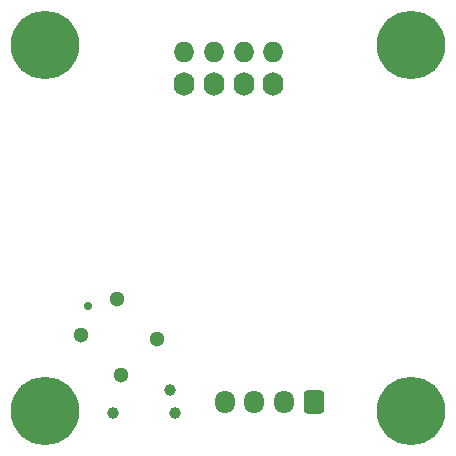
<source format=gbr>
%TF.GenerationSoftware,KiCad,Pcbnew,7.0.8*%
%TF.CreationDate,2023-11-08T18:05:49-05:00*%
%TF.ProjectId,lemon-pepper,6c656d6f-6e2d-4706-9570-7065722e6b69,rev?*%
%TF.SameCoordinates,PX8b85c60PY52f2218*%
%TF.FileFunction,Soldermask,Bot*%
%TF.FilePolarity,Negative*%
%FSLAX46Y46*%
G04 Gerber Fmt 4.6, Leading zero omitted, Abs format (unit mm)*
G04 Created by KiCad (PCBNEW 7.0.8) date 2023-11-08 18:05:49*
%MOMM*%
%LPD*%
G01*
G04 APERTURE LIST*
G04 Aperture macros list*
%AMRoundRect*
0 Rectangle with rounded corners*
0 $1 Rounding radius*
0 $2 $3 $4 $5 $6 $7 $8 $9 X,Y pos of 4 corners*
0 Add a 4 corners polygon primitive as box body*
4,1,4,$2,$3,$4,$5,$6,$7,$8,$9,$2,$3,0*
0 Add four circle primitives for the rounded corners*
1,1,$1+$1,$2,$3*
1,1,$1+$1,$4,$5*
1,1,$1+$1,$6,$7*
1,1,$1+$1,$8,$9*
0 Add four rect primitives between the rounded corners*
20,1,$1+$1,$2,$3,$4,$5,0*
20,1,$1+$1,$4,$5,$6,$7,0*
20,1,$1+$1,$6,$7,$8,$9,0*
20,1,$1+$1,$8,$9,$2,$3,0*%
G04 Aperture macros list end*
%ADD10C,5.800000*%
%ADD11C,0.990600*%
%ADD12C,0.700000*%
%ADD13C,1.300000*%
%ADD14O,1.750000X1.750000*%
%ADD15O,1.750000X2.000000*%
%ADD16RoundRect,0.250000X0.600000X0.725000X-0.600000X0.725000X-0.600000X-0.725000X0.600000X-0.725000X0*%
%ADD17O,1.700000X1.950000*%
G04 APERTURE END LIST*
D10*
%TO.C,H101*%
X-15500000Y-15500000D03*
X15500000Y-15500000D03*
X-15500000Y15500000D03*
X15500000Y15500000D03*
%TD*%
D11*
%TO.C,J301*%
X-9718333Y-15684655D03*
X-4925529Y-13718012D03*
X-4537805Y-15712678D03*
%TD*%
D12*
%TO.C,J201*%
X-11891366Y-6598979D03*
D13*
X-9416493Y-6033293D03*
X-12457052Y-9073852D03*
X-6022380Y-9427406D03*
X-9062939Y-12467965D03*
%TD*%
D14*
%TO.C,M101*%
X-3700000Y14900000D03*
D15*
X-3700000Y12150000D03*
D14*
X-1200000Y14900000D03*
D15*
X-1200000Y12150000D03*
D14*
X1300000Y14900000D03*
D15*
X1300000Y12150000D03*
D14*
X3800000Y14900000D03*
D15*
X3800000Y12150000D03*
%TD*%
D16*
%TO.C,J101*%
X7225000Y-14725000D03*
D17*
X4725000Y-14725000D03*
X2225000Y-14725000D03*
X-275000Y-14725000D03*
%TD*%
M02*

</source>
